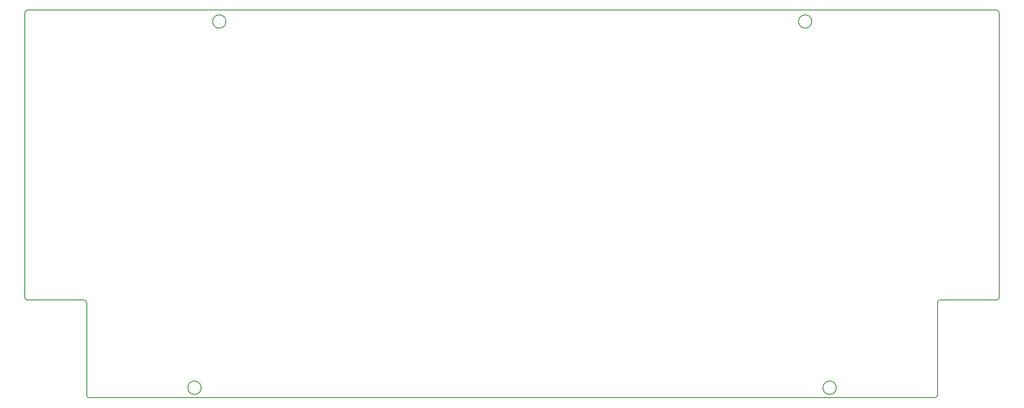
<source format=gbr>
G04 #@! TF.GenerationSoftware,KiCad,Pcbnew,(5.1.4-0-10_14)*
G04 #@! TF.CreationDate,2020-08-17T14:15:21-05:00*
G04 #@! TF.ProjectId,33_skeleton_bottom_plate,33335f73-6b65-46c6-9574-6f6e5f626f74,rev?*
G04 #@! TF.SameCoordinates,Original*
G04 #@! TF.FileFunction,Profile,NP*
%FSLAX46Y46*%
G04 Gerber Fmt 4.6, Leading zero omitted, Abs format (unit mm)*
G04 Created by KiCad (PCBNEW (5.1.4-0-10_14)) date 2020-08-17 14:15:21*
%MOMM*%
%LPD*%
G04 APERTURE LIST*
%ADD10C,0.200000*%
G04 APERTURE END LIST*
D10*
X54325000Y-58175001D02*
G75*
G02X54825000Y-57675001I500000J0D01*
G01*
X54825000Y-114275000D02*
G75*
G02X54325000Y-113775000I0J500000D01*
G01*
X243775000Y-57675001D02*
X54825000Y-57675001D01*
X243775000Y-57675001D02*
G75*
G02X244275000Y-58175001I0J-500000D01*
G01*
X232228024Y-114775001D02*
G75*
G02X232728025Y-114275000I500001J0D01*
G01*
X244275000Y-113775000D02*
X244275000Y-58175001D01*
X212512500Y-131365001D02*
G75*
G03X212512500Y-131365001I-1300000J0D01*
G01*
X93519001Y-59925001D02*
G75*
G03X93519001Y-59925001I-1300000J0D01*
G01*
X244275000Y-113775000D02*
G75*
G02X243775000Y-114275000I-500000J0D01*
G01*
X66871975Y-133325000D02*
X231728025Y-133325001D01*
X207750000Y-59925001D02*
G75*
G03X207750000Y-59925001I-1300000J0D01*
G01*
X88687500Y-131365001D02*
G75*
G03X88687500Y-131365001I-1300000J0D01*
G01*
X232228026Y-132825000D02*
G75*
G02X231728025Y-133325001I-500001J0D01*
G01*
X232728025Y-114275000D02*
X243775000Y-114275000D01*
X66871975Y-133325000D02*
G75*
G02X66371974Y-132825001I-1J500000D01*
G01*
X66371974Y-114775001D02*
X66371974Y-132825001D01*
X54325000Y-58175001D02*
X54325000Y-113775000D01*
X232228026Y-132825000D02*
X232228025Y-114775001D01*
X65871974Y-114275001D02*
G75*
G02X66371974Y-114775001I0J-500000D01*
G01*
X54825000Y-114275000D02*
X65871974Y-114275001D01*
M02*

</source>
